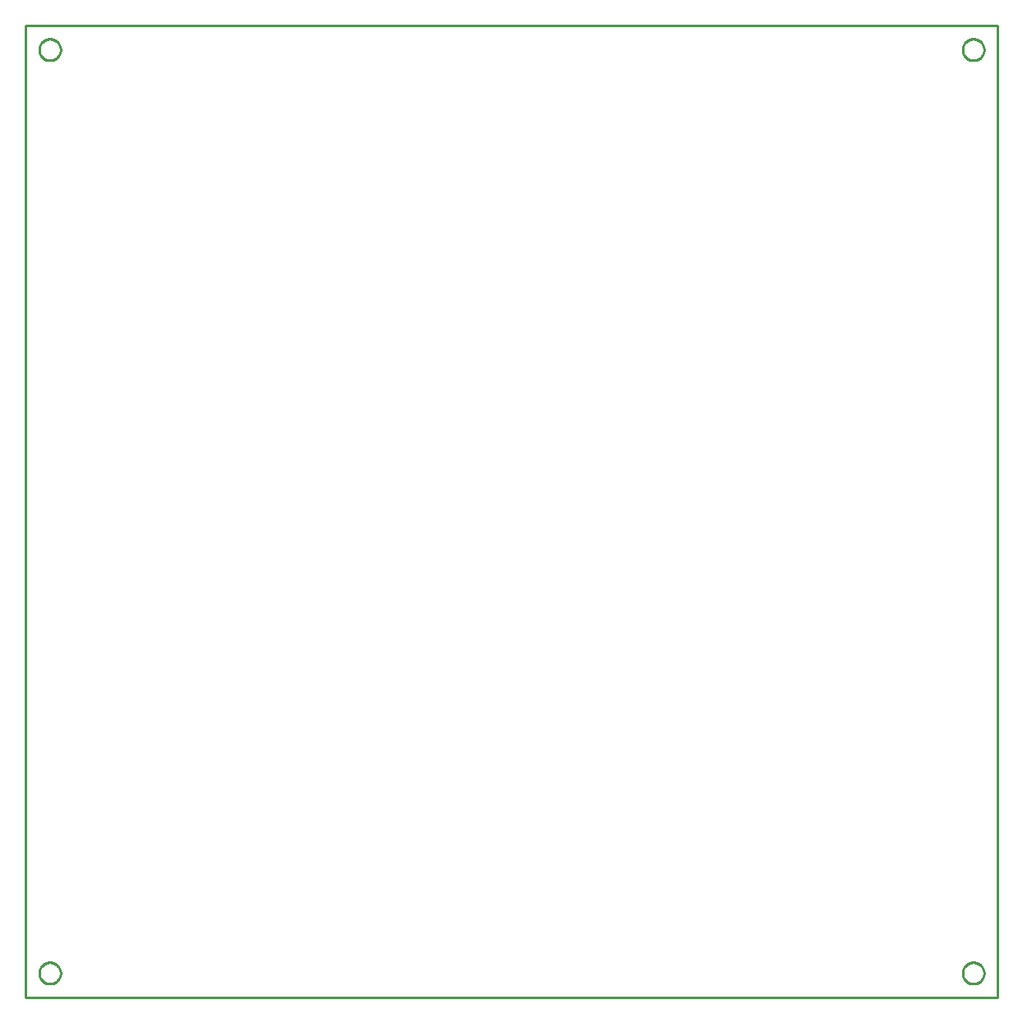
<source format=gbr>
G04 EAGLE Gerber RS-274X export*
G75*
%MOMM*%
%FSLAX34Y34*%
%LPD*%
%IN*%
%IPPOS*%
%AMOC8*
5,1,8,0,0,1.08239X$1,22.5*%
G01*
%ADD10C,0.254000*%


D10*
X0Y0D02*
X1000000Y0D01*
X1000000Y1000000D01*
X0Y1000000D01*
X0Y0D01*
X36000Y24568D02*
X35932Y23706D01*
X35797Y22852D01*
X35595Y22012D01*
X35328Y21190D01*
X34997Y20391D01*
X34605Y19621D01*
X34153Y18884D01*
X33645Y18185D01*
X33084Y17527D01*
X32473Y16916D01*
X31815Y16355D01*
X31116Y15847D01*
X30379Y15395D01*
X29609Y15003D01*
X28810Y14672D01*
X27988Y14405D01*
X27148Y14203D01*
X26294Y14068D01*
X25432Y14000D01*
X24568Y14000D01*
X23706Y14068D01*
X22852Y14203D01*
X22012Y14405D01*
X21190Y14672D01*
X20391Y15003D01*
X19621Y15395D01*
X18884Y15847D01*
X18185Y16355D01*
X17527Y16916D01*
X16916Y17527D01*
X16355Y18185D01*
X15847Y18884D01*
X15395Y19621D01*
X15003Y20391D01*
X14672Y21190D01*
X14405Y22012D01*
X14203Y22852D01*
X14068Y23706D01*
X14000Y24568D01*
X14000Y25432D01*
X14068Y26294D01*
X14203Y27148D01*
X14405Y27988D01*
X14672Y28810D01*
X15003Y29609D01*
X15395Y30379D01*
X15847Y31116D01*
X16355Y31815D01*
X16916Y32473D01*
X17527Y33084D01*
X18185Y33645D01*
X18884Y34153D01*
X19621Y34605D01*
X20391Y34997D01*
X21190Y35328D01*
X22012Y35595D01*
X22852Y35797D01*
X23706Y35932D01*
X24568Y36000D01*
X25432Y36000D01*
X26294Y35932D01*
X27148Y35797D01*
X27988Y35595D01*
X28810Y35328D01*
X29609Y34997D01*
X30379Y34605D01*
X31116Y34153D01*
X31815Y33645D01*
X32473Y33084D01*
X33084Y32473D01*
X33645Y31815D01*
X34153Y31116D01*
X34605Y30379D01*
X34997Y29609D01*
X35328Y28810D01*
X35595Y27988D01*
X35797Y27148D01*
X35932Y26294D01*
X36000Y25432D01*
X36000Y24568D01*
X986000Y24568D02*
X985932Y23706D01*
X985797Y22852D01*
X985595Y22012D01*
X985328Y21190D01*
X984997Y20391D01*
X984605Y19621D01*
X984153Y18884D01*
X983645Y18185D01*
X983084Y17527D01*
X982473Y16916D01*
X981815Y16355D01*
X981116Y15847D01*
X980379Y15395D01*
X979609Y15003D01*
X978810Y14672D01*
X977988Y14405D01*
X977148Y14203D01*
X976294Y14068D01*
X975432Y14000D01*
X974568Y14000D01*
X973706Y14068D01*
X972852Y14203D01*
X972012Y14405D01*
X971190Y14672D01*
X970391Y15003D01*
X969621Y15395D01*
X968884Y15847D01*
X968185Y16355D01*
X967527Y16916D01*
X966916Y17527D01*
X966355Y18185D01*
X965847Y18884D01*
X965395Y19621D01*
X965003Y20391D01*
X964672Y21190D01*
X964405Y22012D01*
X964203Y22852D01*
X964068Y23706D01*
X964000Y24568D01*
X964000Y25432D01*
X964068Y26294D01*
X964203Y27148D01*
X964405Y27988D01*
X964672Y28810D01*
X965003Y29609D01*
X965395Y30379D01*
X965847Y31116D01*
X966355Y31815D01*
X966916Y32473D01*
X967527Y33084D01*
X968185Y33645D01*
X968884Y34153D01*
X969621Y34605D01*
X970391Y34997D01*
X971190Y35328D01*
X972012Y35595D01*
X972852Y35797D01*
X973706Y35932D01*
X974568Y36000D01*
X975432Y36000D01*
X976294Y35932D01*
X977148Y35797D01*
X977988Y35595D01*
X978810Y35328D01*
X979609Y34997D01*
X980379Y34605D01*
X981116Y34153D01*
X981815Y33645D01*
X982473Y33084D01*
X983084Y32473D01*
X983645Y31815D01*
X984153Y31116D01*
X984605Y30379D01*
X984997Y29609D01*
X985328Y28810D01*
X985595Y27988D01*
X985797Y27148D01*
X985932Y26294D01*
X986000Y25432D01*
X986000Y24568D01*
X986000Y974568D02*
X985932Y973706D01*
X985797Y972852D01*
X985595Y972012D01*
X985328Y971190D01*
X984997Y970391D01*
X984605Y969621D01*
X984153Y968884D01*
X983645Y968185D01*
X983084Y967527D01*
X982473Y966916D01*
X981815Y966355D01*
X981116Y965847D01*
X980379Y965395D01*
X979609Y965003D01*
X978810Y964672D01*
X977988Y964405D01*
X977148Y964203D01*
X976294Y964068D01*
X975432Y964000D01*
X974568Y964000D01*
X973706Y964068D01*
X972852Y964203D01*
X972012Y964405D01*
X971190Y964672D01*
X970391Y965003D01*
X969621Y965395D01*
X968884Y965847D01*
X968185Y966355D01*
X967527Y966916D01*
X966916Y967527D01*
X966355Y968185D01*
X965847Y968884D01*
X965395Y969621D01*
X965003Y970391D01*
X964672Y971190D01*
X964405Y972012D01*
X964203Y972852D01*
X964068Y973706D01*
X964000Y974568D01*
X964000Y975432D01*
X964068Y976294D01*
X964203Y977148D01*
X964405Y977988D01*
X964672Y978810D01*
X965003Y979609D01*
X965395Y980379D01*
X965847Y981116D01*
X966355Y981815D01*
X966916Y982473D01*
X967527Y983084D01*
X968185Y983645D01*
X968884Y984153D01*
X969621Y984605D01*
X970391Y984997D01*
X971190Y985328D01*
X972012Y985595D01*
X972852Y985797D01*
X973706Y985932D01*
X974568Y986000D01*
X975432Y986000D01*
X976294Y985932D01*
X977148Y985797D01*
X977988Y985595D01*
X978810Y985328D01*
X979609Y984997D01*
X980379Y984605D01*
X981116Y984153D01*
X981815Y983645D01*
X982473Y983084D01*
X983084Y982473D01*
X983645Y981815D01*
X984153Y981116D01*
X984605Y980379D01*
X984997Y979609D01*
X985328Y978810D01*
X985595Y977988D01*
X985797Y977148D01*
X985932Y976294D01*
X986000Y975432D01*
X986000Y974568D01*
X36000Y974568D02*
X35932Y973706D01*
X35797Y972852D01*
X35595Y972012D01*
X35328Y971190D01*
X34997Y970391D01*
X34605Y969621D01*
X34153Y968884D01*
X33645Y968185D01*
X33084Y967527D01*
X32473Y966916D01*
X31815Y966355D01*
X31116Y965847D01*
X30379Y965395D01*
X29609Y965003D01*
X28810Y964672D01*
X27988Y964405D01*
X27148Y964203D01*
X26294Y964068D01*
X25432Y964000D01*
X24568Y964000D01*
X23706Y964068D01*
X22852Y964203D01*
X22012Y964405D01*
X21190Y964672D01*
X20391Y965003D01*
X19621Y965395D01*
X18884Y965847D01*
X18185Y966355D01*
X17527Y966916D01*
X16916Y967527D01*
X16355Y968185D01*
X15847Y968884D01*
X15395Y969621D01*
X15003Y970391D01*
X14672Y971190D01*
X14405Y972012D01*
X14203Y972852D01*
X14068Y973706D01*
X14000Y974568D01*
X14000Y975432D01*
X14068Y976294D01*
X14203Y977148D01*
X14405Y977988D01*
X14672Y978810D01*
X15003Y979609D01*
X15395Y980379D01*
X15847Y981116D01*
X16355Y981815D01*
X16916Y982473D01*
X17527Y983084D01*
X18185Y983645D01*
X18884Y984153D01*
X19621Y984605D01*
X20391Y984997D01*
X21190Y985328D01*
X22012Y985595D01*
X22852Y985797D01*
X23706Y985932D01*
X24568Y986000D01*
X25432Y986000D01*
X26294Y985932D01*
X27148Y985797D01*
X27988Y985595D01*
X28810Y985328D01*
X29609Y984997D01*
X30379Y984605D01*
X31116Y984153D01*
X31815Y983645D01*
X32473Y983084D01*
X33084Y982473D01*
X33645Y981815D01*
X34153Y981116D01*
X34605Y980379D01*
X34997Y979609D01*
X35328Y978810D01*
X35595Y977988D01*
X35797Y977148D01*
X35932Y976294D01*
X36000Y975432D01*
X36000Y974568D01*
M02*

</source>
